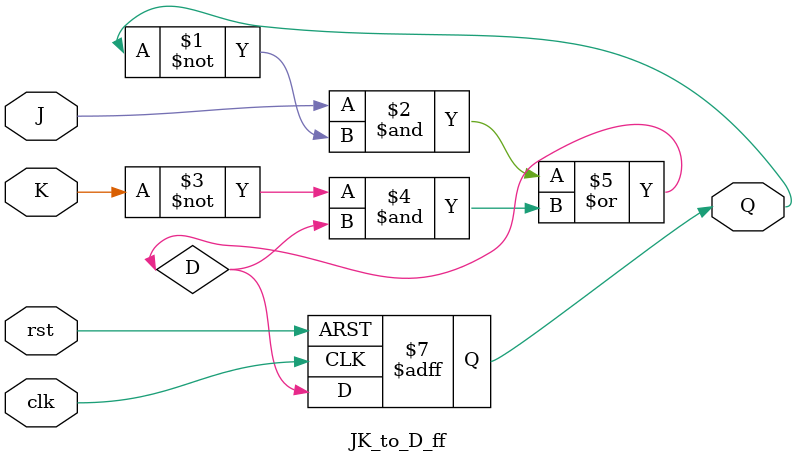
<source format=v>
`timescale 1ns / 1ps




module JK_to_D_ff(
    input wire J, K, clk, rst,
    output reg Q
    );
    
    wire D;
    assign D= (J & ~Q) | (~K & D); // JK to D conversion
    
    always@(posedge clk or posedge rst)begin
       if(rst)
         Q <= 1'b0;
       else
         Q <= D;  // D ff behavior
    end
  
endmodule

</source>
